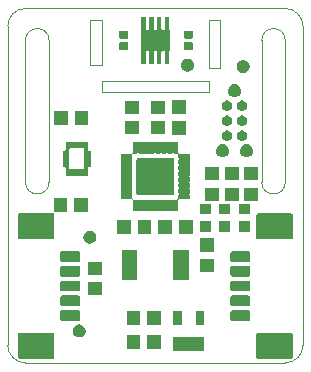
<source format=gbr>
G04 #@! TF.GenerationSoftware,KiCad,Pcbnew,5.1.2*
G04 #@! TF.CreationDate,2019-06-13T14:37:42+02:00*
G04 #@! TF.ProjectId,BodyTempUnit-e7,426f6479-5465-46d7-9055-6e69742d6537,rev?*
G04 #@! TF.SameCoordinates,Original*
G04 #@! TF.FileFunction,Soldermask,Top*
G04 #@! TF.FilePolarity,Negative*
%FSLAX46Y46*%
G04 Gerber Fmt 4.6, Leading zero omitted, Abs format (unit mm)*
G04 Created by KiCad (PCBNEW 5.1.2) date 2019-06-13 14:37:42*
%MOMM*%
%LPD*%
G04 APERTURE LIST*
%ADD10C,0.050000*%
%ADD11C,0.150000*%
G04 APERTURE END LIST*
D10*
X88505000Y-135000033D02*
G75*
G03X90005000Y-133510000I0J1500033D01*
G01*
X64998200Y-133501400D02*
G75*
G03X66498200Y-135001400I1500000J0D01*
G01*
X82000000Y-112100000D02*
X82000000Y-111100000D01*
X73000000Y-112100000D02*
X73000000Y-111100000D01*
X72000000Y-109800000D02*
X73000000Y-109800000D01*
X82000000Y-110000000D02*
X83000000Y-110000000D01*
X83000000Y-106000000D02*
X83000000Y-110000000D01*
X82000000Y-106000000D02*
X83000000Y-106000000D01*
X82000000Y-106000000D02*
X82000000Y-110000000D01*
X72000000Y-106000000D02*
X72000000Y-109800000D01*
X73000000Y-106000000D02*
X72000000Y-106000000D01*
X73000000Y-109800000D02*
X73000000Y-106000000D01*
X82000000Y-112100000D02*
X73000000Y-112100000D01*
X66500000Y-105000000D02*
G75*
G03X65000000Y-106500000I0J-1500000D01*
G01*
X90000000Y-106500000D02*
G75*
G03X88500000Y-105000000I-1500000J0D01*
G01*
X90000000Y-106500000D02*
X90005000Y-133510000D01*
X65001100Y-106500000D02*
X64999600Y-133501400D01*
X66500000Y-105000000D02*
X88500000Y-105000000D01*
X88500000Y-107700000D02*
X88500000Y-119700000D01*
X86500000Y-119700000D02*
X86500000Y-107700000D01*
X88500000Y-119700000D02*
G75*
G02X86500000Y-119700000I-1000000J0D01*
G01*
X86500000Y-107700000D02*
G75*
G02X88500000Y-107700000I1000000J0D01*
G01*
X68500000Y-107700000D02*
X68500000Y-119700000D01*
X66500000Y-107700000D02*
G75*
G02X68500000Y-107700000I1000000J0D01*
G01*
X68500000Y-119700000D02*
G75*
G02X66500000Y-119700000I-1000000J0D01*
G01*
X66500000Y-119700000D02*
X66500000Y-107700000D01*
X73000000Y-111100000D02*
X82000000Y-111100000D01*
X88505000Y-135000000D02*
X66498200Y-135000000D01*
D11*
G36*
X89016536Y-132452800D02*
G01*
X89047738Y-132462265D01*
X89076486Y-132477631D01*
X89101687Y-132498313D01*
X89122369Y-132523514D01*
X89137735Y-132552262D01*
X89147200Y-132583464D01*
X89151000Y-132622046D01*
X89151000Y-134477954D01*
X89147200Y-134516536D01*
X89137735Y-134547738D01*
X89122369Y-134576486D01*
X89101687Y-134601687D01*
X89076486Y-134622369D01*
X89047738Y-134637735D01*
X89016536Y-134647200D01*
X88977954Y-134651000D01*
X86222046Y-134651000D01*
X86183464Y-134647200D01*
X86152262Y-134637735D01*
X86123514Y-134622369D01*
X86098313Y-134601687D01*
X86077631Y-134576486D01*
X86062265Y-134547738D01*
X86052800Y-134516536D01*
X86049000Y-134477954D01*
X86049000Y-132622046D01*
X86052800Y-132583464D01*
X86062265Y-132552262D01*
X86077631Y-132523514D01*
X86098313Y-132498313D01*
X86123514Y-132477631D01*
X86152262Y-132462265D01*
X86183464Y-132452800D01*
X86222046Y-132449000D01*
X88977954Y-132449000D01*
X89016536Y-132452800D01*
X89016536Y-132452800D01*
G37*
G36*
X68816536Y-132452800D02*
G01*
X68847738Y-132462265D01*
X68876486Y-132477631D01*
X68901687Y-132498313D01*
X68922369Y-132523514D01*
X68937735Y-132552262D01*
X68947200Y-132583464D01*
X68951000Y-132622046D01*
X68951000Y-134477954D01*
X68947200Y-134516536D01*
X68937735Y-134547738D01*
X68922369Y-134576486D01*
X68901687Y-134601687D01*
X68876486Y-134622369D01*
X68847738Y-134637735D01*
X68816536Y-134647200D01*
X68777954Y-134651000D01*
X66022046Y-134651000D01*
X65983464Y-134647200D01*
X65952262Y-134637735D01*
X65923514Y-134622369D01*
X65898313Y-134601687D01*
X65877631Y-134576486D01*
X65862265Y-134547738D01*
X65852800Y-134516536D01*
X65849000Y-134477954D01*
X65849000Y-132622046D01*
X65852800Y-132583464D01*
X65862265Y-132552262D01*
X65877631Y-132523514D01*
X65898313Y-132498313D01*
X65923514Y-132477631D01*
X65952262Y-132462265D01*
X65983464Y-132452800D01*
X66022046Y-132449000D01*
X68777954Y-132449000D01*
X68816536Y-132452800D01*
X68816536Y-132452800D01*
G37*
G36*
X81651000Y-133981000D02*
G01*
X78999000Y-133981000D01*
X78999000Y-132819000D01*
X81651000Y-132819000D01*
X81651000Y-133981000D01*
X81651000Y-133981000D01*
G37*
G36*
X76226000Y-133791000D02*
G01*
X75074000Y-133791000D01*
X75074000Y-132609000D01*
X76226000Y-132609000D01*
X76226000Y-133791000D01*
X76226000Y-133791000D01*
G37*
G36*
X77976000Y-133791000D02*
G01*
X76824000Y-133791000D01*
X76824000Y-132609000D01*
X77976000Y-132609000D01*
X77976000Y-133791000D01*
X77976000Y-133791000D01*
G37*
G36*
X71210721Y-131770174D02*
G01*
X71310995Y-131811709D01*
X71310996Y-131811710D01*
X71401242Y-131872010D01*
X71477990Y-131948758D01*
X71477991Y-131948760D01*
X71538291Y-132039005D01*
X71579826Y-132139279D01*
X71601000Y-132245730D01*
X71601000Y-132354270D01*
X71579826Y-132460721D01*
X71538291Y-132560995D01*
X71508345Y-132605812D01*
X71477990Y-132651242D01*
X71401242Y-132727990D01*
X71355812Y-132758345D01*
X71310995Y-132788291D01*
X71210721Y-132829826D01*
X71104270Y-132851000D01*
X70995730Y-132851000D01*
X70889279Y-132829826D01*
X70789005Y-132788291D01*
X70744188Y-132758345D01*
X70698758Y-132727990D01*
X70622010Y-132651242D01*
X70591655Y-132605812D01*
X70561709Y-132560995D01*
X70520174Y-132460721D01*
X70499000Y-132354270D01*
X70499000Y-132245730D01*
X70520174Y-132139279D01*
X70561709Y-132039005D01*
X70622009Y-131948760D01*
X70622010Y-131948758D01*
X70698758Y-131872010D01*
X70789004Y-131811710D01*
X70789005Y-131811709D01*
X70889279Y-131770174D01*
X70995730Y-131749000D01*
X71104270Y-131749000D01*
X71210721Y-131770174D01*
X71210721Y-131770174D01*
G37*
G36*
X77976000Y-131791000D02*
G01*
X76824000Y-131791000D01*
X76824000Y-130609000D01*
X77976000Y-130609000D01*
X77976000Y-131791000D01*
X77976000Y-131791000D01*
G37*
G36*
X76226000Y-131791000D02*
G01*
X75074000Y-131791000D01*
X75074000Y-130609000D01*
X76226000Y-130609000D01*
X76226000Y-131791000D01*
X76226000Y-131791000D01*
G37*
G36*
X81651000Y-131781000D02*
G01*
X80899000Y-131781000D01*
X80899000Y-130619000D01*
X81651000Y-130619000D01*
X81651000Y-131781000D01*
X81651000Y-131781000D01*
G37*
G36*
X79751000Y-131781000D02*
G01*
X78999000Y-131781000D01*
X78999000Y-130619000D01*
X79751000Y-130619000D01*
X79751000Y-131781000D01*
X79751000Y-131781000D01*
G37*
G36*
X71019683Y-130552725D02*
G01*
X71050143Y-130561966D01*
X71078223Y-130576974D01*
X71102831Y-130597169D01*
X71123026Y-130621777D01*
X71138034Y-130649857D01*
X71147275Y-130680317D01*
X71151000Y-130718140D01*
X71151000Y-131281860D01*
X71147275Y-131319683D01*
X71138034Y-131350143D01*
X71123026Y-131378223D01*
X71102831Y-131402831D01*
X71078223Y-131423026D01*
X71050143Y-131438034D01*
X71019683Y-131447275D01*
X70981860Y-131451000D01*
X69618140Y-131451000D01*
X69580317Y-131447275D01*
X69549857Y-131438034D01*
X69521777Y-131423026D01*
X69497169Y-131402831D01*
X69476974Y-131378223D01*
X69461966Y-131350143D01*
X69452725Y-131319683D01*
X69449000Y-131281860D01*
X69449000Y-130718140D01*
X69452725Y-130680317D01*
X69461966Y-130649857D01*
X69476974Y-130621777D01*
X69497169Y-130597169D01*
X69521777Y-130576974D01*
X69549857Y-130561966D01*
X69580317Y-130552725D01*
X69618140Y-130549000D01*
X70981860Y-130549000D01*
X71019683Y-130552725D01*
X71019683Y-130552725D01*
G37*
G36*
X85419683Y-130552725D02*
G01*
X85450143Y-130561966D01*
X85478223Y-130576974D01*
X85502831Y-130597169D01*
X85523026Y-130621777D01*
X85538034Y-130649857D01*
X85547275Y-130680317D01*
X85551000Y-130718140D01*
X85551000Y-131281860D01*
X85547275Y-131319683D01*
X85538034Y-131350143D01*
X85523026Y-131378223D01*
X85502831Y-131402831D01*
X85478223Y-131423026D01*
X85450143Y-131438034D01*
X85419683Y-131447275D01*
X85381860Y-131451000D01*
X84018140Y-131451000D01*
X83980317Y-131447275D01*
X83949857Y-131438034D01*
X83921777Y-131423026D01*
X83897169Y-131402831D01*
X83876974Y-131378223D01*
X83861966Y-131350143D01*
X83852725Y-131319683D01*
X83849000Y-131281860D01*
X83849000Y-130718140D01*
X83852725Y-130680317D01*
X83861966Y-130649857D01*
X83876974Y-130621777D01*
X83897169Y-130597169D01*
X83921777Y-130576974D01*
X83949857Y-130561966D01*
X83980317Y-130552725D01*
X84018140Y-130549000D01*
X85381860Y-130549000D01*
X85419683Y-130552725D01*
X85419683Y-130552725D01*
G37*
G36*
X71019683Y-129302725D02*
G01*
X71050143Y-129311966D01*
X71078223Y-129326974D01*
X71102831Y-129347169D01*
X71123026Y-129371777D01*
X71138034Y-129399857D01*
X71147275Y-129430317D01*
X71151000Y-129468140D01*
X71151000Y-130031860D01*
X71147275Y-130069683D01*
X71138034Y-130100143D01*
X71123026Y-130128223D01*
X71102831Y-130152831D01*
X71078223Y-130173026D01*
X71050143Y-130188034D01*
X71019683Y-130197275D01*
X70981860Y-130201000D01*
X69618140Y-130201000D01*
X69580317Y-130197275D01*
X69549857Y-130188034D01*
X69521777Y-130173026D01*
X69497169Y-130152831D01*
X69476974Y-130128223D01*
X69461966Y-130100143D01*
X69452725Y-130069683D01*
X69449000Y-130031860D01*
X69449000Y-129468140D01*
X69452725Y-129430317D01*
X69461966Y-129399857D01*
X69476974Y-129371777D01*
X69497169Y-129347169D01*
X69521777Y-129326974D01*
X69549857Y-129311966D01*
X69580317Y-129302725D01*
X69618140Y-129299000D01*
X70981860Y-129299000D01*
X71019683Y-129302725D01*
X71019683Y-129302725D01*
G37*
G36*
X85419683Y-129302725D02*
G01*
X85450143Y-129311966D01*
X85478223Y-129326974D01*
X85502831Y-129347169D01*
X85523026Y-129371777D01*
X85538034Y-129399857D01*
X85547275Y-129430317D01*
X85551000Y-129468140D01*
X85551000Y-130031860D01*
X85547275Y-130069683D01*
X85538034Y-130100143D01*
X85523026Y-130128223D01*
X85502831Y-130152831D01*
X85478223Y-130173026D01*
X85450143Y-130188034D01*
X85419683Y-130197275D01*
X85381860Y-130201000D01*
X84018140Y-130201000D01*
X83980317Y-130197275D01*
X83949857Y-130188034D01*
X83921777Y-130173026D01*
X83897169Y-130152831D01*
X83876974Y-130128223D01*
X83861966Y-130100143D01*
X83852725Y-130069683D01*
X83849000Y-130031860D01*
X83849000Y-129468140D01*
X83852725Y-129430317D01*
X83861966Y-129399857D01*
X83876974Y-129371777D01*
X83897169Y-129347169D01*
X83921777Y-129326974D01*
X83949857Y-129311966D01*
X83980317Y-129302725D01*
X84018140Y-129299000D01*
X85381860Y-129299000D01*
X85419683Y-129302725D01*
X85419683Y-129302725D01*
G37*
G36*
X73001000Y-129301000D02*
G01*
X71799000Y-129301000D01*
X71799000Y-128199000D01*
X73001000Y-128199000D01*
X73001000Y-129301000D01*
X73001000Y-129301000D01*
G37*
G36*
X85419683Y-128052725D02*
G01*
X85450143Y-128061966D01*
X85478223Y-128076974D01*
X85502831Y-128097169D01*
X85523026Y-128121777D01*
X85538034Y-128149857D01*
X85547275Y-128180317D01*
X85551000Y-128218140D01*
X85551000Y-128781860D01*
X85547275Y-128819683D01*
X85538034Y-128850143D01*
X85523026Y-128878223D01*
X85502831Y-128902831D01*
X85478223Y-128923026D01*
X85450143Y-128938034D01*
X85419683Y-128947275D01*
X85381860Y-128951000D01*
X84018140Y-128951000D01*
X83980317Y-128947275D01*
X83949857Y-128938034D01*
X83921777Y-128923026D01*
X83897169Y-128902831D01*
X83876974Y-128878223D01*
X83861966Y-128850143D01*
X83852725Y-128819683D01*
X83849000Y-128781860D01*
X83849000Y-128218140D01*
X83852725Y-128180317D01*
X83861966Y-128149857D01*
X83876974Y-128121777D01*
X83897169Y-128097169D01*
X83921777Y-128076974D01*
X83949857Y-128061966D01*
X83980317Y-128052725D01*
X84018140Y-128049000D01*
X85381860Y-128049000D01*
X85419683Y-128052725D01*
X85419683Y-128052725D01*
G37*
G36*
X71019683Y-128052725D02*
G01*
X71050143Y-128061966D01*
X71078223Y-128076974D01*
X71102831Y-128097169D01*
X71123026Y-128121777D01*
X71138034Y-128149857D01*
X71147275Y-128180317D01*
X71151000Y-128218140D01*
X71151000Y-128781860D01*
X71147275Y-128819683D01*
X71138034Y-128850143D01*
X71123026Y-128878223D01*
X71102831Y-128902831D01*
X71078223Y-128923026D01*
X71050143Y-128938034D01*
X71019683Y-128947275D01*
X70981860Y-128951000D01*
X69618140Y-128951000D01*
X69580317Y-128947275D01*
X69549857Y-128938034D01*
X69521777Y-128923026D01*
X69497169Y-128902831D01*
X69476974Y-128878223D01*
X69461966Y-128850143D01*
X69452725Y-128819683D01*
X69449000Y-128781860D01*
X69449000Y-128218140D01*
X69452725Y-128180317D01*
X69461966Y-128149857D01*
X69476974Y-128121777D01*
X69497169Y-128097169D01*
X69521777Y-128076974D01*
X69549857Y-128061966D01*
X69580317Y-128052725D01*
X69618140Y-128049000D01*
X70981860Y-128049000D01*
X71019683Y-128052725D01*
X71019683Y-128052725D01*
G37*
G36*
X80326000Y-127951000D02*
G01*
X79024000Y-127951000D01*
X79024000Y-125449000D01*
X80326000Y-125449000D01*
X80326000Y-127951000D01*
X80326000Y-127951000D01*
G37*
G36*
X75976000Y-127951000D02*
G01*
X74674000Y-127951000D01*
X74674000Y-125449000D01*
X75976000Y-125449000D01*
X75976000Y-127951000D01*
X75976000Y-127951000D01*
G37*
G36*
X85419683Y-126802725D02*
G01*
X85450143Y-126811966D01*
X85478223Y-126826974D01*
X85502831Y-126847169D01*
X85523026Y-126871777D01*
X85538034Y-126899857D01*
X85547275Y-126930317D01*
X85551000Y-126968140D01*
X85551000Y-127531860D01*
X85547275Y-127569683D01*
X85538034Y-127600143D01*
X85523026Y-127628223D01*
X85502831Y-127652831D01*
X85478223Y-127673026D01*
X85450143Y-127688034D01*
X85419683Y-127697275D01*
X85381860Y-127701000D01*
X84018140Y-127701000D01*
X83980317Y-127697275D01*
X83949857Y-127688034D01*
X83921777Y-127673026D01*
X83897169Y-127652831D01*
X83876974Y-127628223D01*
X83861966Y-127600143D01*
X83852725Y-127569683D01*
X83849000Y-127531860D01*
X83849000Y-126968140D01*
X83852725Y-126930317D01*
X83861966Y-126899857D01*
X83876974Y-126871777D01*
X83897169Y-126847169D01*
X83921777Y-126826974D01*
X83949857Y-126811966D01*
X83980317Y-126802725D01*
X84018140Y-126799000D01*
X85381860Y-126799000D01*
X85419683Y-126802725D01*
X85419683Y-126802725D01*
G37*
G36*
X71019683Y-126802725D02*
G01*
X71050143Y-126811966D01*
X71078223Y-126826974D01*
X71102831Y-126847169D01*
X71123026Y-126871777D01*
X71138034Y-126899857D01*
X71147275Y-126930317D01*
X71151000Y-126968140D01*
X71151000Y-127531860D01*
X71147275Y-127569683D01*
X71138034Y-127600143D01*
X71123026Y-127628223D01*
X71102831Y-127652831D01*
X71078223Y-127673026D01*
X71050143Y-127688034D01*
X71019683Y-127697275D01*
X70981860Y-127701000D01*
X69618140Y-127701000D01*
X69580317Y-127697275D01*
X69549857Y-127688034D01*
X69521777Y-127673026D01*
X69497169Y-127652831D01*
X69476974Y-127628223D01*
X69461966Y-127600143D01*
X69452725Y-127569683D01*
X69449000Y-127531860D01*
X69449000Y-126968140D01*
X69452725Y-126930317D01*
X69461966Y-126899857D01*
X69476974Y-126871777D01*
X69497169Y-126847169D01*
X69521777Y-126826974D01*
X69549857Y-126811966D01*
X69580317Y-126802725D01*
X69618140Y-126799000D01*
X70981860Y-126799000D01*
X71019683Y-126802725D01*
X71019683Y-126802725D01*
G37*
G36*
X73001000Y-127601000D02*
G01*
X71799000Y-127601000D01*
X71799000Y-126499000D01*
X73001000Y-126499000D01*
X73001000Y-127601000D01*
X73001000Y-127601000D01*
G37*
G36*
X82491000Y-127351000D02*
G01*
X81309000Y-127351000D01*
X81309000Y-126199000D01*
X82491000Y-126199000D01*
X82491000Y-127351000D01*
X82491000Y-127351000D01*
G37*
G36*
X85419683Y-125552725D02*
G01*
X85450143Y-125561966D01*
X85478223Y-125576974D01*
X85502831Y-125597169D01*
X85523026Y-125621777D01*
X85538034Y-125649857D01*
X85547275Y-125680317D01*
X85551000Y-125718140D01*
X85551000Y-126281860D01*
X85547275Y-126319683D01*
X85538034Y-126350143D01*
X85523026Y-126378223D01*
X85502831Y-126402831D01*
X85478223Y-126423026D01*
X85450143Y-126438034D01*
X85419683Y-126447275D01*
X85381860Y-126451000D01*
X84018140Y-126451000D01*
X83980317Y-126447275D01*
X83949857Y-126438034D01*
X83921777Y-126423026D01*
X83897169Y-126402831D01*
X83876974Y-126378223D01*
X83861966Y-126350143D01*
X83852725Y-126319683D01*
X83849000Y-126281860D01*
X83849000Y-125718140D01*
X83852725Y-125680317D01*
X83861966Y-125649857D01*
X83876974Y-125621777D01*
X83897169Y-125597169D01*
X83921777Y-125576974D01*
X83949857Y-125561966D01*
X83980317Y-125552725D01*
X84018140Y-125549000D01*
X85381860Y-125549000D01*
X85419683Y-125552725D01*
X85419683Y-125552725D01*
G37*
G36*
X71019683Y-125552725D02*
G01*
X71050143Y-125561966D01*
X71078223Y-125576974D01*
X71102831Y-125597169D01*
X71123026Y-125621777D01*
X71138034Y-125649857D01*
X71147275Y-125680317D01*
X71151000Y-125718140D01*
X71151000Y-126281860D01*
X71147275Y-126319683D01*
X71138034Y-126350143D01*
X71123026Y-126378223D01*
X71102831Y-126402831D01*
X71078223Y-126423026D01*
X71050143Y-126438034D01*
X71019683Y-126447275D01*
X70981860Y-126451000D01*
X69618140Y-126451000D01*
X69580317Y-126447275D01*
X69549857Y-126438034D01*
X69521777Y-126423026D01*
X69497169Y-126402831D01*
X69476974Y-126378223D01*
X69461966Y-126350143D01*
X69452725Y-126319683D01*
X69449000Y-126281860D01*
X69449000Y-125718140D01*
X69452725Y-125680317D01*
X69461966Y-125649857D01*
X69476974Y-125621777D01*
X69497169Y-125597169D01*
X69521777Y-125576974D01*
X69549857Y-125561966D01*
X69580317Y-125552725D01*
X69618140Y-125549000D01*
X70981860Y-125549000D01*
X71019683Y-125552725D01*
X71019683Y-125552725D01*
G37*
G36*
X82491000Y-125601000D02*
G01*
X81309000Y-125601000D01*
X81309000Y-124449000D01*
X82491000Y-124449000D01*
X82491000Y-125601000D01*
X82491000Y-125601000D01*
G37*
G36*
X72110721Y-123820174D02*
G01*
X72210995Y-123861709D01*
X72210996Y-123861710D01*
X72301242Y-123922010D01*
X72377990Y-123998758D01*
X72377991Y-123998760D01*
X72438291Y-124089005D01*
X72479826Y-124189279D01*
X72501000Y-124295730D01*
X72501000Y-124404270D01*
X72479826Y-124510721D01*
X72438291Y-124610995D01*
X72438290Y-124610996D01*
X72377990Y-124701242D01*
X72301242Y-124777990D01*
X72255812Y-124808345D01*
X72210995Y-124838291D01*
X72110721Y-124879826D01*
X72004270Y-124901000D01*
X71895730Y-124901000D01*
X71789279Y-124879826D01*
X71689005Y-124838291D01*
X71644188Y-124808345D01*
X71598758Y-124777990D01*
X71522010Y-124701242D01*
X71461710Y-124610996D01*
X71461709Y-124610995D01*
X71420174Y-124510721D01*
X71399000Y-124404270D01*
X71399000Y-124295730D01*
X71420174Y-124189279D01*
X71461709Y-124089005D01*
X71522009Y-123998760D01*
X71522010Y-123998758D01*
X71598758Y-123922010D01*
X71689004Y-123861710D01*
X71689005Y-123861709D01*
X71789279Y-123820174D01*
X71895730Y-123799000D01*
X72004270Y-123799000D01*
X72110721Y-123820174D01*
X72110721Y-123820174D01*
G37*
G36*
X70051000Y-122216000D02*
G01*
X69016354Y-122216000D01*
X68991968Y-122218402D01*
X68968519Y-122225515D01*
X68946908Y-122237066D01*
X68927966Y-122252611D01*
X68912421Y-122271553D01*
X68900870Y-122293164D01*
X68893757Y-122316613D01*
X68891355Y-122340999D01*
X68893757Y-122365385D01*
X68900870Y-122388834D01*
X68912421Y-122410445D01*
X68919730Y-122420299D01*
X68922369Y-122423514D01*
X68937735Y-122452262D01*
X68947200Y-122483464D01*
X68951000Y-122522046D01*
X68951000Y-124377954D01*
X68947200Y-124416536D01*
X68937735Y-124447738D01*
X68922369Y-124476486D01*
X68901687Y-124501687D01*
X68876486Y-124522369D01*
X68847738Y-124537735D01*
X68816536Y-124547200D01*
X68777954Y-124551000D01*
X66022046Y-124551000D01*
X65983464Y-124547200D01*
X65952262Y-124537735D01*
X65923514Y-124522369D01*
X65898313Y-124501687D01*
X65877631Y-124476486D01*
X65862265Y-124447738D01*
X65852800Y-124416536D01*
X65849000Y-124377954D01*
X65849000Y-122522046D01*
X65852800Y-122483464D01*
X65862265Y-122452262D01*
X65877631Y-122423514D01*
X65898313Y-122398313D01*
X65923514Y-122377631D01*
X65952262Y-122362265D01*
X65983464Y-122352800D01*
X66022046Y-122349000D01*
X68774001Y-122349000D01*
X68798387Y-122346598D01*
X68821836Y-122339485D01*
X68843447Y-122327934D01*
X68862389Y-122312389D01*
X68877934Y-122293447D01*
X68889485Y-122271836D01*
X68896598Y-122248387D01*
X68899000Y-122224001D01*
X68899000Y-121034000D01*
X70051000Y-121034000D01*
X70051000Y-122216000D01*
X70051000Y-122216000D01*
G37*
G36*
X89016536Y-122352800D02*
G01*
X89047738Y-122362265D01*
X89076486Y-122377631D01*
X89101687Y-122398313D01*
X89122369Y-122423514D01*
X89137735Y-122452262D01*
X89147200Y-122483464D01*
X89151000Y-122522046D01*
X89151000Y-124377954D01*
X89147200Y-124416536D01*
X89137735Y-124447738D01*
X89122369Y-124476486D01*
X89101687Y-124501687D01*
X89076486Y-124522369D01*
X89047738Y-124537735D01*
X89016536Y-124547200D01*
X88977954Y-124551000D01*
X86222046Y-124551000D01*
X86183464Y-124547200D01*
X86152262Y-124537735D01*
X86123514Y-124522369D01*
X86098313Y-124501687D01*
X86077631Y-124476486D01*
X86062265Y-124447738D01*
X86052800Y-124416536D01*
X86049000Y-124377954D01*
X86049000Y-122522046D01*
X86052800Y-122483464D01*
X86062265Y-122452262D01*
X86077631Y-122423514D01*
X86098313Y-122398313D01*
X86123514Y-122377631D01*
X86152262Y-122362265D01*
X86183464Y-122352800D01*
X86222046Y-122349000D01*
X88977954Y-122349000D01*
X89016536Y-122352800D01*
X89016536Y-122352800D01*
G37*
G36*
X77171000Y-124101000D02*
G01*
X76019000Y-124101000D01*
X76019000Y-122919000D01*
X77171000Y-122919000D01*
X77171000Y-124101000D01*
X77171000Y-124101000D01*
G37*
G36*
X75421000Y-124101000D02*
G01*
X74269000Y-124101000D01*
X74269000Y-122919000D01*
X75421000Y-122919000D01*
X75421000Y-124101000D01*
X75421000Y-124101000D01*
G37*
G36*
X78901000Y-124091000D02*
G01*
X77749000Y-124091000D01*
X77749000Y-122909000D01*
X78901000Y-122909000D01*
X78901000Y-124091000D01*
X78901000Y-124091000D01*
G37*
G36*
X80651000Y-124091000D02*
G01*
X79499000Y-124091000D01*
X79499000Y-122909000D01*
X80651000Y-122909000D01*
X80651000Y-124091000D01*
X80651000Y-124091000D01*
G37*
G36*
X83815000Y-123916000D02*
G01*
X82913000Y-123916000D01*
X82913000Y-123014000D01*
X83815000Y-123014000D01*
X83815000Y-123916000D01*
X83815000Y-123916000D01*
G37*
G36*
X85516000Y-123916000D02*
G01*
X84614000Y-123916000D01*
X84614000Y-123014000D01*
X85516000Y-123014000D01*
X85516000Y-123916000D01*
X85516000Y-123916000D01*
G37*
G36*
X82215500Y-123916000D02*
G01*
X81313500Y-123916000D01*
X81313500Y-123014000D01*
X82215500Y-123014000D01*
X82215500Y-123916000D01*
X82215500Y-123916000D01*
G37*
G36*
X85516000Y-122416000D02*
G01*
X84614000Y-122416000D01*
X84614000Y-121514000D01*
X85516000Y-121514000D01*
X85516000Y-122416000D01*
X85516000Y-122416000D01*
G37*
G36*
X82215500Y-122416000D02*
G01*
X81313500Y-122416000D01*
X81313500Y-121514000D01*
X82215500Y-121514000D01*
X82215500Y-122416000D01*
X82215500Y-122416000D01*
G37*
G36*
X83815000Y-122416000D02*
G01*
X82913000Y-122416000D01*
X82913000Y-121514000D01*
X83815000Y-121514000D01*
X83815000Y-122416000D01*
X83815000Y-122416000D01*
G37*
G36*
X71801000Y-122216000D02*
G01*
X70649000Y-122216000D01*
X70649000Y-121034000D01*
X71801000Y-121034000D01*
X71801000Y-122216000D01*
X71801000Y-122216000D01*
G37*
G36*
X75906455Y-116308683D02*
G01*
X75911129Y-116310101D01*
X75915430Y-116312400D01*
X75921802Y-116317629D01*
X75942176Y-116331243D01*
X75964815Y-116340620D01*
X75988849Y-116345400D01*
X76013353Y-116345400D01*
X76037386Y-116340619D01*
X76060025Y-116331242D01*
X76080398Y-116317629D01*
X76086770Y-116312400D01*
X76091071Y-116310101D01*
X76095745Y-116308683D01*
X76106741Y-116307600D01*
X76395459Y-116307600D01*
X76406455Y-116308683D01*
X76411129Y-116310101D01*
X76415430Y-116312400D01*
X76421802Y-116317629D01*
X76442176Y-116331243D01*
X76464815Y-116340620D01*
X76488849Y-116345400D01*
X76513353Y-116345400D01*
X76537386Y-116340619D01*
X76560025Y-116331242D01*
X76580398Y-116317629D01*
X76586770Y-116312400D01*
X76591071Y-116310101D01*
X76595745Y-116308683D01*
X76606741Y-116307600D01*
X76895459Y-116307600D01*
X76906455Y-116308683D01*
X76911129Y-116310101D01*
X76915430Y-116312400D01*
X76921802Y-116317629D01*
X76942176Y-116331243D01*
X76964815Y-116340620D01*
X76988849Y-116345400D01*
X77013353Y-116345400D01*
X77037386Y-116340619D01*
X77060025Y-116331242D01*
X77080398Y-116317629D01*
X77086770Y-116312400D01*
X77091071Y-116310101D01*
X77095745Y-116308683D01*
X77106741Y-116307600D01*
X77395459Y-116307600D01*
X77406455Y-116308683D01*
X77411129Y-116310101D01*
X77415430Y-116312400D01*
X77421802Y-116317629D01*
X77442176Y-116331243D01*
X77464815Y-116340620D01*
X77488849Y-116345400D01*
X77513353Y-116345400D01*
X77537386Y-116340619D01*
X77560025Y-116331242D01*
X77580398Y-116317629D01*
X77586770Y-116312400D01*
X77591071Y-116310101D01*
X77595745Y-116308683D01*
X77606741Y-116307600D01*
X77895459Y-116307600D01*
X77906455Y-116308683D01*
X77911129Y-116310101D01*
X77915430Y-116312400D01*
X77921802Y-116317629D01*
X77942176Y-116331243D01*
X77964815Y-116340620D01*
X77988849Y-116345400D01*
X78013353Y-116345400D01*
X78037386Y-116340619D01*
X78060025Y-116331242D01*
X78080398Y-116317629D01*
X78086770Y-116312400D01*
X78091071Y-116310101D01*
X78095745Y-116308683D01*
X78106741Y-116307600D01*
X78395459Y-116307600D01*
X78406455Y-116308683D01*
X78411129Y-116310101D01*
X78415430Y-116312400D01*
X78421802Y-116317629D01*
X78442176Y-116331243D01*
X78464815Y-116340620D01*
X78488849Y-116345400D01*
X78513353Y-116345400D01*
X78537386Y-116340619D01*
X78560025Y-116331242D01*
X78580398Y-116317629D01*
X78586770Y-116312400D01*
X78591071Y-116310101D01*
X78595745Y-116308683D01*
X78606741Y-116307600D01*
X78895459Y-116307600D01*
X78906455Y-116308683D01*
X78911129Y-116310101D01*
X78915430Y-116312400D01*
X78921802Y-116317629D01*
X78942176Y-116331243D01*
X78964815Y-116340620D01*
X78988849Y-116345400D01*
X79013353Y-116345400D01*
X79037386Y-116340619D01*
X79060025Y-116331242D01*
X79080398Y-116317629D01*
X79086770Y-116312400D01*
X79091071Y-116310101D01*
X79095745Y-116308683D01*
X79106741Y-116307600D01*
X79395459Y-116307600D01*
X79406455Y-116308683D01*
X79411129Y-116310101D01*
X79415431Y-116312400D01*
X79419204Y-116315496D01*
X79422300Y-116319269D01*
X79424599Y-116323571D01*
X79426017Y-116328245D01*
X79427100Y-116339241D01*
X79427100Y-117182601D01*
X79429502Y-117206987D01*
X79436615Y-117230436D01*
X79448166Y-117252047D01*
X79463711Y-117270989D01*
X79482653Y-117286534D01*
X79504264Y-117298085D01*
X79527713Y-117305198D01*
X79552099Y-117307600D01*
X80395459Y-117307600D01*
X80406455Y-117308683D01*
X80411129Y-117310101D01*
X80415431Y-117312400D01*
X80419204Y-117315496D01*
X80422300Y-117319269D01*
X80424599Y-117323571D01*
X80426017Y-117328245D01*
X80427100Y-117339241D01*
X80427100Y-117627959D01*
X80426017Y-117638955D01*
X80424599Y-117643629D01*
X80422300Y-117647930D01*
X80417071Y-117654302D01*
X80403457Y-117674676D01*
X80394080Y-117697315D01*
X80389300Y-117721349D01*
X80389300Y-117745853D01*
X80394081Y-117769886D01*
X80403458Y-117792525D01*
X80417071Y-117812898D01*
X80422300Y-117819270D01*
X80424599Y-117823571D01*
X80426017Y-117828245D01*
X80427100Y-117839241D01*
X80427100Y-118127959D01*
X80426017Y-118138955D01*
X80424599Y-118143629D01*
X80422300Y-118147930D01*
X80417071Y-118154302D01*
X80403457Y-118174676D01*
X80394080Y-118197315D01*
X80389300Y-118221349D01*
X80389300Y-118245853D01*
X80394081Y-118269886D01*
X80403458Y-118292525D01*
X80417071Y-118312898D01*
X80422300Y-118319270D01*
X80424599Y-118323571D01*
X80426017Y-118328245D01*
X80427100Y-118339241D01*
X80427100Y-118627959D01*
X80426017Y-118638955D01*
X80424599Y-118643629D01*
X80422300Y-118647930D01*
X80417071Y-118654302D01*
X80403457Y-118674676D01*
X80394080Y-118697315D01*
X80389300Y-118721349D01*
X80389300Y-118745853D01*
X80394081Y-118769886D01*
X80403458Y-118792525D01*
X80417071Y-118812898D01*
X80422300Y-118819270D01*
X80424599Y-118823571D01*
X80426017Y-118828245D01*
X80427100Y-118839241D01*
X80427100Y-119127959D01*
X80426017Y-119138955D01*
X80424599Y-119143629D01*
X80422300Y-119147930D01*
X80417071Y-119154302D01*
X80403457Y-119174676D01*
X80394080Y-119197315D01*
X80389300Y-119221349D01*
X80389300Y-119245853D01*
X80394081Y-119269886D01*
X80403458Y-119292525D01*
X80417071Y-119312898D01*
X80422300Y-119319270D01*
X80424599Y-119323571D01*
X80426017Y-119328245D01*
X80427100Y-119339241D01*
X80427100Y-119627959D01*
X80426017Y-119638955D01*
X80424599Y-119643629D01*
X80422300Y-119647930D01*
X80417071Y-119654302D01*
X80403457Y-119674676D01*
X80394080Y-119697315D01*
X80389300Y-119721349D01*
X80389300Y-119745853D01*
X80394081Y-119769886D01*
X80403458Y-119792525D01*
X80417071Y-119812898D01*
X80422300Y-119819270D01*
X80424599Y-119823571D01*
X80426017Y-119828245D01*
X80427100Y-119839241D01*
X80427100Y-120127959D01*
X80426017Y-120138955D01*
X80424599Y-120143629D01*
X80422300Y-120147930D01*
X80417071Y-120154302D01*
X80403457Y-120174676D01*
X80394080Y-120197315D01*
X80389300Y-120221349D01*
X80389300Y-120245853D01*
X80394081Y-120269886D01*
X80403458Y-120292525D01*
X80417071Y-120312898D01*
X80422300Y-120319270D01*
X80424599Y-120323571D01*
X80426017Y-120328245D01*
X80427100Y-120339241D01*
X80427100Y-120627959D01*
X80426017Y-120638955D01*
X80424599Y-120643629D01*
X80422300Y-120647930D01*
X80417071Y-120654302D01*
X80403457Y-120674676D01*
X80394080Y-120697315D01*
X80389300Y-120721349D01*
X80389300Y-120745853D01*
X80394081Y-120769886D01*
X80403458Y-120792525D01*
X80417071Y-120812898D01*
X80422300Y-120819270D01*
X80424599Y-120823571D01*
X80426017Y-120828245D01*
X80427100Y-120839241D01*
X80427100Y-121127959D01*
X80426017Y-121138955D01*
X80424599Y-121143629D01*
X80422300Y-121147931D01*
X80419204Y-121151704D01*
X80415431Y-121154800D01*
X80411129Y-121157099D01*
X80406455Y-121158517D01*
X80395459Y-121159600D01*
X79552099Y-121159600D01*
X79527713Y-121162002D01*
X79504264Y-121169115D01*
X79482653Y-121180666D01*
X79463711Y-121196211D01*
X79448166Y-121215153D01*
X79436615Y-121236764D01*
X79429502Y-121260213D01*
X79427100Y-121284599D01*
X79427100Y-122127959D01*
X79426017Y-122138955D01*
X79424599Y-122143629D01*
X79422300Y-122147931D01*
X79419204Y-122151704D01*
X79415431Y-122154800D01*
X79411129Y-122157099D01*
X79406455Y-122158517D01*
X79395459Y-122159600D01*
X79106741Y-122159600D01*
X79095745Y-122158517D01*
X79091071Y-122157099D01*
X79086770Y-122154800D01*
X79080398Y-122149571D01*
X79060024Y-122135957D01*
X79037385Y-122126580D01*
X79013351Y-122121800D01*
X78988847Y-122121800D01*
X78964814Y-122126581D01*
X78942175Y-122135958D01*
X78921802Y-122149571D01*
X78915430Y-122154800D01*
X78911129Y-122157099D01*
X78906455Y-122158517D01*
X78895459Y-122159600D01*
X78606741Y-122159600D01*
X78595745Y-122158517D01*
X78591071Y-122157099D01*
X78586770Y-122154800D01*
X78580398Y-122149571D01*
X78560024Y-122135957D01*
X78537385Y-122126580D01*
X78513351Y-122121800D01*
X78488847Y-122121800D01*
X78464814Y-122126581D01*
X78442175Y-122135958D01*
X78421802Y-122149571D01*
X78415430Y-122154800D01*
X78411129Y-122157099D01*
X78406455Y-122158517D01*
X78395459Y-122159600D01*
X78106741Y-122159600D01*
X78095745Y-122158517D01*
X78091071Y-122157099D01*
X78086770Y-122154800D01*
X78080398Y-122149571D01*
X78060024Y-122135957D01*
X78037385Y-122126580D01*
X78013351Y-122121800D01*
X77988847Y-122121800D01*
X77964814Y-122126581D01*
X77942175Y-122135958D01*
X77921802Y-122149571D01*
X77915430Y-122154800D01*
X77911129Y-122157099D01*
X77906455Y-122158517D01*
X77895459Y-122159600D01*
X77606741Y-122159600D01*
X77595745Y-122158517D01*
X77591071Y-122157099D01*
X77586770Y-122154800D01*
X77580398Y-122149571D01*
X77560024Y-122135957D01*
X77537385Y-122126580D01*
X77513351Y-122121800D01*
X77488847Y-122121800D01*
X77464814Y-122126581D01*
X77442175Y-122135958D01*
X77421802Y-122149571D01*
X77415430Y-122154800D01*
X77411129Y-122157099D01*
X77406455Y-122158517D01*
X77395459Y-122159600D01*
X77106741Y-122159600D01*
X77095745Y-122158517D01*
X77091071Y-122157099D01*
X77086770Y-122154800D01*
X77080398Y-122149571D01*
X77060024Y-122135957D01*
X77037385Y-122126580D01*
X77013351Y-122121800D01*
X76988847Y-122121800D01*
X76964814Y-122126581D01*
X76942175Y-122135958D01*
X76921802Y-122149571D01*
X76915430Y-122154800D01*
X76911129Y-122157099D01*
X76906455Y-122158517D01*
X76895459Y-122159600D01*
X76606741Y-122159600D01*
X76595745Y-122158517D01*
X76591071Y-122157099D01*
X76586770Y-122154800D01*
X76580398Y-122149571D01*
X76560024Y-122135957D01*
X76537385Y-122126580D01*
X76513351Y-122121800D01*
X76488847Y-122121800D01*
X76464814Y-122126581D01*
X76442175Y-122135958D01*
X76421802Y-122149571D01*
X76415430Y-122154800D01*
X76411129Y-122157099D01*
X76406455Y-122158517D01*
X76395459Y-122159600D01*
X76106741Y-122159600D01*
X76095745Y-122158517D01*
X76091071Y-122157099D01*
X76086770Y-122154800D01*
X76080398Y-122149571D01*
X76060024Y-122135957D01*
X76037385Y-122126580D01*
X76013351Y-122121800D01*
X75988847Y-122121800D01*
X75964814Y-122126581D01*
X75942175Y-122135958D01*
X75921802Y-122149571D01*
X75915430Y-122154800D01*
X75911129Y-122157099D01*
X75906455Y-122158517D01*
X75895459Y-122159600D01*
X75606741Y-122159600D01*
X75595745Y-122158517D01*
X75591071Y-122157099D01*
X75586769Y-122154800D01*
X75582996Y-122151704D01*
X75579900Y-122147931D01*
X75577601Y-122143629D01*
X75576183Y-122138955D01*
X75575100Y-122127959D01*
X75575100Y-121284599D01*
X75572698Y-121260213D01*
X75565585Y-121236764D01*
X75554034Y-121215153D01*
X75538489Y-121196211D01*
X75519547Y-121180666D01*
X75497936Y-121169115D01*
X75474487Y-121162002D01*
X75450101Y-121159600D01*
X74606741Y-121159600D01*
X74595745Y-121158517D01*
X74591071Y-121157099D01*
X74586769Y-121154800D01*
X74582996Y-121151704D01*
X74579900Y-121147931D01*
X74577601Y-121143629D01*
X74576183Y-121138955D01*
X74575100Y-121127959D01*
X74575100Y-120839241D01*
X74576183Y-120828245D01*
X74577601Y-120823571D01*
X74579900Y-120819270D01*
X74585129Y-120812898D01*
X74598743Y-120792524D01*
X74608120Y-120769885D01*
X74612900Y-120745851D01*
X74612900Y-120721347D01*
X74608119Y-120697314D01*
X74598742Y-120674675D01*
X74585129Y-120654302D01*
X74579900Y-120647930D01*
X74577601Y-120643629D01*
X74576183Y-120638955D01*
X74575100Y-120627959D01*
X74575100Y-120339241D01*
X74576183Y-120328245D01*
X74577601Y-120323571D01*
X74579900Y-120319270D01*
X74585129Y-120312898D01*
X74598743Y-120292524D01*
X74608120Y-120269885D01*
X74612900Y-120245851D01*
X74612900Y-120221347D01*
X74608119Y-120197314D01*
X74598742Y-120174675D01*
X74585129Y-120154302D01*
X74579900Y-120147930D01*
X74577601Y-120143629D01*
X74576183Y-120138955D01*
X74575100Y-120127959D01*
X74575100Y-119839241D01*
X74576183Y-119828245D01*
X74577601Y-119823571D01*
X74579900Y-119819270D01*
X74585129Y-119812898D01*
X74598743Y-119792524D01*
X74608120Y-119769885D01*
X74612900Y-119745851D01*
X74612900Y-119721347D01*
X74608119Y-119697314D01*
X74598742Y-119674675D01*
X74585129Y-119654302D01*
X74579900Y-119647930D01*
X74577601Y-119643629D01*
X74576183Y-119638955D01*
X74575100Y-119627959D01*
X74575100Y-119339241D01*
X74576183Y-119328245D01*
X74577601Y-119323571D01*
X74579900Y-119319270D01*
X74585129Y-119312898D01*
X74598743Y-119292524D01*
X74608120Y-119269885D01*
X74612900Y-119245851D01*
X74612900Y-119221347D01*
X74608119Y-119197314D01*
X74598742Y-119174675D01*
X74585129Y-119154302D01*
X74579900Y-119147930D01*
X74577601Y-119143629D01*
X74576183Y-119138955D01*
X74575100Y-119127959D01*
X74575100Y-118839241D01*
X74576183Y-118828245D01*
X74577601Y-118823571D01*
X74579900Y-118819270D01*
X74585129Y-118812898D01*
X74598743Y-118792524D01*
X74608120Y-118769885D01*
X74612900Y-118745851D01*
X74612900Y-118721347D01*
X74608119Y-118697314D01*
X74598742Y-118674675D01*
X74585129Y-118654302D01*
X74579900Y-118647930D01*
X74577601Y-118643629D01*
X74576183Y-118638955D01*
X74575100Y-118627959D01*
X74575100Y-118339241D01*
X74576183Y-118328245D01*
X74577601Y-118323571D01*
X74579900Y-118319270D01*
X74585129Y-118312898D01*
X74598743Y-118292524D01*
X74608120Y-118269885D01*
X74612900Y-118245851D01*
X74612900Y-118221347D01*
X74608119Y-118197314D01*
X74598742Y-118174675D01*
X74585129Y-118154302D01*
X74579900Y-118147930D01*
X74577601Y-118143629D01*
X74576183Y-118138955D01*
X74575100Y-118127959D01*
X74575100Y-117839241D01*
X74576183Y-117828245D01*
X74577601Y-117823571D01*
X74579900Y-117819270D01*
X74585129Y-117812898D01*
X74598743Y-117792524D01*
X74608120Y-117769885D01*
X74612900Y-117745851D01*
X74612900Y-117721349D01*
X75514300Y-117721349D01*
X75514300Y-117745853D01*
X75519081Y-117769886D01*
X75528458Y-117792525D01*
X75542071Y-117812898D01*
X75547300Y-117819270D01*
X75549599Y-117823571D01*
X75551017Y-117828245D01*
X75552100Y-117839241D01*
X75552100Y-118127959D01*
X75551017Y-118138955D01*
X75549599Y-118143629D01*
X75547300Y-118147930D01*
X75542071Y-118154302D01*
X75528457Y-118174676D01*
X75519080Y-118197315D01*
X75514300Y-118221349D01*
X75514300Y-118245853D01*
X75519081Y-118269886D01*
X75528458Y-118292525D01*
X75542071Y-118312898D01*
X75547300Y-118319270D01*
X75549599Y-118323571D01*
X75551017Y-118328245D01*
X75552100Y-118339241D01*
X75552100Y-118627959D01*
X75551017Y-118638955D01*
X75549599Y-118643629D01*
X75547300Y-118647930D01*
X75542071Y-118654302D01*
X75528457Y-118674676D01*
X75519080Y-118697315D01*
X75514300Y-118721349D01*
X75514300Y-118745853D01*
X75519081Y-118769886D01*
X75528458Y-118792525D01*
X75542071Y-118812898D01*
X75547300Y-118819270D01*
X75549599Y-118823571D01*
X75551017Y-118828245D01*
X75552100Y-118839241D01*
X75552100Y-119127959D01*
X75551017Y-119138955D01*
X75549599Y-119143629D01*
X75547300Y-119147930D01*
X75542071Y-119154302D01*
X75528457Y-119174676D01*
X75519080Y-119197315D01*
X75514300Y-119221349D01*
X75514300Y-119245853D01*
X75519081Y-119269886D01*
X75528458Y-119292525D01*
X75542071Y-119312898D01*
X75547300Y-119319270D01*
X75549599Y-119323571D01*
X75551017Y-119328245D01*
X75552100Y-119339241D01*
X75552100Y-119627959D01*
X75551017Y-119638955D01*
X75549599Y-119643629D01*
X75547300Y-119647930D01*
X75542071Y-119654302D01*
X75528457Y-119674676D01*
X75519080Y-119697315D01*
X75514300Y-119721349D01*
X75514300Y-119745853D01*
X75519081Y-119769886D01*
X75528458Y-119792525D01*
X75542071Y-119812898D01*
X75547300Y-119819270D01*
X75549599Y-119823571D01*
X75551017Y-119828245D01*
X75552100Y-119839241D01*
X75552100Y-120127959D01*
X75551017Y-120138955D01*
X75549599Y-120143629D01*
X75547300Y-120147930D01*
X75542071Y-120154302D01*
X75528457Y-120174676D01*
X75519080Y-120197315D01*
X75514300Y-120221349D01*
X75514300Y-120245853D01*
X75519081Y-120269886D01*
X75528458Y-120292525D01*
X75542071Y-120312898D01*
X75547300Y-120319270D01*
X75549599Y-120323571D01*
X75551017Y-120328245D01*
X75552100Y-120339241D01*
X75552100Y-120627959D01*
X75551017Y-120638955D01*
X75549599Y-120643629D01*
X75547300Y-120647930D01*
X75542071Y-120654302D01*
X75528457Y-120674676D01*
X75519080Y-120697315D01*
X75514300Y-120721349D01*
X75514300Y-120745853D01*
X75519081Y-120769886D01*
X75528458Y-120792525D01*
X75542071Y-120812898D01*
X75547300Y-120819270D01*
X75549599Y-120823571D01*
X75551017Y-120828245D01*
X75552100Y-120839241D01*
X75552100Y-121057601D01*
X75554502Y-121081987D01*
X75561615Y-121105436D01*
X75573166Y-121127047D01*
X75588711Y-121145989D01*
X75607653Y-121161534D01*
X75629264Y-121173085D01*
X75652713Y-121180198D01*
X75677099Y-121182600D01*
X75895459Y-121182600D01*
X75906455Y-121183683D01*
X75911129Y-121185101D01*
X75915430Y-121187400D01*
X75921802Y-121192629D01*
X75942176Y-121206243D01*
X75964815Y-121215620D01*
X75988849Y-121220400D01*
X76013353Y-121220400D01*
X76037386Y-121215619D01*
X76060025Y-121206242D01*
X76080398Y-121192629D01*
X76086770Y-121187400D01*
X76091071Y-121185101D01*
X76095745Y-121183683D01*
X76106741Y-121182600D01*
X76395459Y-121182600D01*
X76406455Y-121183683D01*
X76411129Y-121185101D01*
X76415430Y-121187400D01*
X76421802Y-121192629D01*
X76442176Y-121206243D01*
X76464815Y-121215620D01*
X76488849Y-121220400D01*
X76513353Y-121220400D01*
X76537386Y-121215619D01*
X76560025Y-121206242D01*
X76580398Y-121192629D01*
X76586770Y-121187400D01*
X76591071Y-121185101D01*
X76595745Y-121183683D01*
X76606741Y-121182600D01*
X76895459Y-121182600D01*
X76906455Y-121183683D01*
X76911129Y-121185101D01*
X76915430Y-121187400D01*
X76921802Y-121192629D01*
X76942176Y-121206243D01*
X76964815Y-121215620D01*
X76988849Y-121220400D01*
X77013353Y-121220400D01*
X77037386Y-121215619D01*
X77060025Y-121206242D01*
X77080398Y-121192629D01*
X77086770Y-121187400D01*
X77091071Y-121185101D01*
X77095745Y-121183683D01*
X77106741Y-121182600D01*
X77395459Y-121182600D01*
X77406455Y-121183683D01*
X77411129Y-121185101D01*
X77415430Y-121187400D01*
X77421802Y-121192629D01*
X77442176Y-121206243D01*
X77464815Y-121215620D01*
X77488849Y-121220400D01*
X77513353Y-121220400D01*
X77537386Y-121215619D01*
X77560025Y-121206242D01*
X77580398Y-121192629D01*
X77586770Y-121187400D01*
X77591071Y-121185101D01*
X77595745Y-121183683D01*
X77606741Y-121182600D01*
X77895459Y-121182600D01*
X77906455Y-121183683D01*
X77911129Y-121185101D01*
X77915430Y-121187400D01*
X77921802Y-121192629D01*
X77942176Y-121206243D01*
X77964815Y-121215620D01*
X77988849Y-121220400D01*
X78013353Y-121220400D01*
X78037386Y-121215619D01*
X78060025Y-121206242D01*
X78080398Y-121192629D01*
X78086770Y-121187400D01*
X78091071Y-121185101D01*
X78095745Y-121183683D01*
X78106741Y-121182600D01*
X78395459Y-121182600D01*
X78406455Y-121183683D01*
X78411129Y-121185101D01*
X78415430Y-121187400D01*
X78421802Y-121192629D01*
X78442176Y-121206243D01*
X78464815Y-121215620D01*
X78488849Y-121220400D01*
X78513353Y-121220400D01*
X78537386Y-121215619D01*
X78560025Y-121206242D01*
X78580398Y-121192629D01*
X78586770Y-121187400D01*
X78591071Y-121185101D01*
X78595745Y-121183683D01*
X78606741Y-121182600D01*
X78895459Y-121182600D01*
X78906455Y-121183683D01*
X78911129Y-121185101D01*
X78915430Y-121187400D01*
X78921802Y-121192629D01*
X78942176Y-121206243D01*
X78964815Y-121215620D01*
X78988849Y-121220400D01*
X79013353Y-121220400D01*
X79037386Y-121215619D01*
X79060025Y-121206242D01*
X79080398Y-121192629D01*
X79086770Y-121187400D01*
X79091071Y-121185101D01*
X79095745Y-121183683D01*
X79106741Y-121182600D01*
X79325101Y-121182600D01*
X79349487Y-121180198D01*
X79372936Y-121173085D01*
X79394547Y-121161534D01*
X79413489Y-121145989D01*
X79429034Y-121127047D01*
X79440585Y-121105436D01*
X79447698Y-121081987D01*
X79450100Y-121057601D01*
X79450100Y-120839241D01*
X79451183Y-120828245D01*
X79452601Y-120823571D01*
X79454900Y-120819270D01*
X79460129Y-120812898D01*
X79473743Y-120792524D01*
X79483120Y-120769885D01*
X79487900Y-120745851D01*
X79487900Y-120721347D01*
X79483119Y-120697314D01*
X79473742Y-120674675D01*
X79460129Y-120654302D01*
X79454900Y-120647930D01*
X79452601Y-120643629D01*
X79451183Y-120638955D01*
X79450100Y-120627959D01*
X79450100Y-120339241D01*
X79451183Y-120328245D01*
X79452601Y-120323571D01*
X79454900Y-120319270D01*
X79460129Y-120312898D01*
X79473743Y-120292524D01*
X79483120Y-120269885D01*
X79487900Y-120245851D01*
X79487900Y-120221347D01*
X79483119Y-120197314D01*
X79473742Y-120174675D01*
X79460129Y-120154302D01*
X79454900Y-120147930D01*
X79452601Y-120143629D01*
X79451183Y-120138955D01*
X79450100Y-120127959D01*
X79450100Y-119839241D01*
X79451183Y-119828245D01*
X79452601Y-119823571D01*
X79454900Y-119819270D01*
X79460129Y-119812898D01*
X79473743Y-119792524D01*
X79483120Y-119769885D01*
X79487900Y-119745851D01*
X79487900Y-119721347D01*
X79483119Y-119697314D01*
X79473742Y-119674675D01*
X79460129Y-119654302D01*
X79454900Y-119647930D01*
X79452601Y-119643629D01*
X79451183Y-119638955D01*
X79450100Y-119627959D01*
X79450100Y-119339241D01*
X79451183Y-119328245D01*
X79452601Y-119323571D01*
X79454900Y-119319270D01*
X79460129Y-119312898D01*
X79473743Y-119292524D01*
X79483120Y-119269885D01*
X79487900Y-119245851D01*
X79487900Y-119221347D01*
X79483119Y-119197314D01*
X79473742Y-119174675D01*
X79460129Y-119154302D01*
X79454900Y-119147930D01*
X79452601Y-119143629D01*
X79451183Y-119138955D01*
X79450100Y-119127959D01*
X79450100Y-118839241D01*
X79451183Y-118828245D01*
X79452601Y-118823571D01*
X79454900Y-118819270D01*
X79460129Y-118812898D01*
X79473743Y-118792524D01*
X79483120Y-118769885D01*
X79487900Y-118745851D01*
X79487900Y-118721347D01*
X79483119Y-118697314D01*
X79473742Y-118674675D01*
X79460129Y-118654302D01*
X79454900Y-118647930D01*
X79452601Y-118643629D01*
X79451183Y-118638955D01*
X79450100Y-118627959D01*
X79450100Y-118339241D01*
X79451183Y-118328245D01*
X79452601Y-118323571D01*
X79454900Y-118319270D01*
X79460129Y-118312898D01*
X79473743Y-118292524D01*
X79483120Y-118269885D01*
X79487900Y-118245851D01*
X79487900Y-118221347D01*
X79483119Y-118197314D01*
X79473742Y-118174675D01*
X79460129Y-118154302D01*
X79454900Y-118147930D01*
X79452601Y-118143629D01*
X79451183Y-118138955D01*
X79450100Y-118127959D01*
X79450100Y-117839241D01*
X79451183Y-117828245D01*
X79452601Y-117823571D01*
X79454900Y-117819270D01*
X79460129Y-117812898D01*
X79473743Y-117792524D01*
X79483120Y-117769885D01*
X79487900Y-117745851D01*
X79487900Y-117721347D01*
X79483119Y-117697314D01*
X79473742Y-117674675D01*
X79460129Y-117654302D01*
X79454900Y-117647930D01*
X79452601Y-117643629D01*
X79451183Y-117638955D01*
X79450100Y-117627959D01*
X79450100Y-117409599D01*
X79447698Y-117385213D01*
X79440585Y-117361764D01*
X79429034Y-117340153D01*
X79413489Y-117321211D01*
X79394547Y-117305666D01*
X79372936Y-117294115D01*
X79349487Y-117287002D01*
X79325101Y-117284600D01*
X79106741Y-117284600D01*
X79095745Y-117283517D01*
X79091071Y-117282099D01*
X79086770Y-117279800D01*
X79080398Y-117274571D01*
X79060024Y-117260957D01*
X79037385Y-117251580D01*
X79013351Y-117246800D01*
X78988847Y-117246800D01*
X78964814Y-117251581D01*
X78942175Y-117260958D01*
X78921802Y-117274571D01*
X78915430Y-117279800D01*
X78911129Y-117282099D01*
X78906455Y-117283517D01*
X78895459Y-117284600D01*
X78606741Y-117284600D01*
X78595745Y-117283517D01*
X78591071Y-117282099D01*
X78586770Y-117279800D01*
X78580398Y-117274571D01*
X78560024Y-117260957D01*
X78537385Y-117251580D01*
X78513351Y-117246800D01*
X78488847Y-117246800D01*
X78464814Y-117251581D01*
X78442175Y-117260958D01*
X78421802Y-117274571D01*
X78415430Y-117279800D01*
X78411129Y-117282099D01*
X78406455Y-117283517D01*
X78395459Y-117284600D01*
X78106741Y-117284600D01*
X78095745Y-117283517D01*
X78091071Y-117282099D01*
X78086770Y-117279800D01*
X78080398Y-117274571D01*
X78060024Y-117260957D01*
X78037385Y-117251580D01*
X78013351Y-117246800D01*
X77988847Y-117246800D01*
X77964814Y-117251581D01*
X77942175Y-117260958D01*
X77921802Y-117274571D01*
X77915430Y-117279800D01*
X77911129Y-117282099D01*
X77906455Y-117283517D01*
X77895459Y-117284600D01*
X77606741Y-117284600D01*
X77595745Y-117283517D01*
X77591071Y-117282099D01*
X77586770Y-117279800D01*
X77580398Y-117274571D01*
X77560024Y-117260957D01*
X77537385Y-117251580D01*
X77513351Y-117246800D01*
X77488847Y-117246800D01*
X77464814Y-117251581D01*
X77442175Y-117260958D01*
X77421802Y-117274571D01*
X77415430Y-117279800D01*
X77411129Y-117282099D01*
X77406455Y-117283517D01*
X77395459Y-117284600D01*
X77106741Y-117284600D01*
X77095745Y-117283517D01*
X77091071Y-117282099D01*
X77086770Y-117279800D01*
X77080398Y-117274571D01*
X77060024Y-117260957D01*
X77037385Y-117251580D01*
X77013351Y-117246800D01*
X76988847Y-117246800D01*
X76964814Y-117251581D01*
X76942175Y-117260958D01*
X76921802Y-117274571D01*
X76915430Y-117279800D01*
X76911129Y-117282099D01*
X76906455Y-117283517D01*
X76895459Y-117284600D01*
X76606741Y-117284600D01*
X76595745Y-117283517D01*
X76591071Y-117282099D01*
X76586770Y-117279800D01*
X76580398Y-117274571D01*
X76560024Y-117260957D01*
X76537385Y-117251580D01*
X76513351Y-117246800D01*
X76488847Y-117246800D01*
X76464814Y-117251581D01*
X76442175Y-117260958D01*
X76421802Y-117274571D01*
X76415430Y-117279800D01*
X76411129Y-117282099D01*
X76406455Y-117283517D01*
X76395459Y-117284600D01*
X76106741Y-117284600D01*
X76095745Y-117283517D01*
X76091071Y-117282099D01*
X76086770Y-117279800D01*
X76080398Y-117274571D01*
X76060024Y-117260957D01*
X76037385Y-117251580D01*
X76013351Y-117246800D01*
X75988847Y-117246800D01*
X75964814Y-117251581D01*
X75942175Y-117260958D01*
X75921802Y-117274571D01*
X75915430Y-117279800D01*
X75911129Y-117282099D01*
X75906455Y-117283517D01*
X75895459Y-117284600D01*
X75677099Y-117284600D01*
X75652713Y-117287002D01*
X75629264Y-117294115D01*
X75607653Y-117305666D01*
X75588711Y-117321211D01*
X75573166Y-117340153D01*
X75561615Y-117361764D01*
X75554502Y-117385213D01*
X75552100Y-117409599D01*
X75552100Y-117627959D01*
X75551017Y-117638955D01*
X75549599Y-117643629D01*
X75547300Y-117647930D01*
X75542071Y-117654302D01*
X75528457Y-117674676D01*
X75519080Y-117697315D01*
X75514300Y-117721349D01*
X74612900Y-117721349D01*
X74612900Y-117721347D01*
X74608119Y-117697314D01*
X74598742Y-117674675D01*
X74585129Y-117654302D01*
X74579900Y-117647930D01*
X74577601Y-117643629D01*
X74576183Y-117638955D01*
X74575100Y-117627959D01*
X74575100Y-117339241D01*
X74576183Y-117328245D01*
X74577601Y-117323571D01*
X74579900Y-117319269D01*
X74582996Y-117315496D01*
X74586769Y-117312400D01*
X74591071Y-117310101D01*
X74595745Y-117308683D01*
X74606741Y-117307600D01*
X75450101Y-117307600D01*
X75474487Y-117305198D01*
X75497936Y-117298085D01*
X75519547Y-117286534D01*
X75538489Y-117270989D01*
X75554034Y-117252047D01*
X75565585Y-117230436D01*
X75572698Y-117206987D01*
X75575100Y-117182601D01*
X75575100Y-116339241D01*
X75576183Y-116328245D01*
X75577601Y-116323571D01*
X75579900Y-116319269D01*
X75582996Y-116315496D01*
X75586769Y-116312400D01*
X75591071Y-116310101D01*
X75595745Y-116308683D01*
X75606741Y-116307600D01*
X75895459Y-116307600D01*
X75906455Y-116308683D01*
X75906455Y-116308683D01*
G37*
G36*
X78977533Y-117636164D02*
G01*
X79006422Y-117644927D01*
X79033050Y-117659160D01*
X79056387Y-117678313D01*
X79075540Y-117701650D01*
X79089773Y-117728278D01*
X79098536Y-117757167D01*
X79102100Y-117793353D01*
X79102100Y-120673847D01*
X79098536Y-120710033D01*
X79089773Y-120738922D01*
X79075540Y-120765550D01*
X79056387Y-120788887D01*
X79033050Y-120808040D01*
X79006422Y-120822273D01*
X78977533Y-120831036D01*
X78941347Y-120834600D01*
X76060853Y-120834600D01*
X76024667Y-120831036D01*
X75995778Y-120822273D01*
X75969150Y-120808040D01*
X75945813Y-120788887D01*
X75926660Y-120765550D01*
X75912427Y-120738922D01*
X75903664Y-120710033D01*
X75900100Y-120673847D01*
X75900100Y-117793353D01*
X75903664Y-117757167D01*
X75912427Y-117728278D01*
X75926660Y-117701650D01*
X75945813Y-117678313D01*
X75969150Y-117659160D01*
X75995778Y-117644927D01*
X76024667Y-117636164D01*
X76060853Y-117632600D01*
X78941347Y-117632600D01*
X78977533Y-117636164D01*
X78977533Y-117636164D01*
G37*
G36*
X86167000Y-121261000D02*
G01*
X84965000Y-121261000D01*
X84965000Y-120159000D01*
X86167000Y-120159000D01*
X86167000Y-121261000D01*
X86167000Y-121261000D01*
G37*
G36*
X82916000Y-121261000D02*
G01*
X81714000Y-121261000D01*
X81714000Y-120159000D01*
X82916000Y-120159000D01*
X82916000Y-121261000D01*
X82916000Y-121261000D01*
G37*
G36*
X84565000Y-121261000D02*
G01*
X83363000Y-121261000D01*
X83363000Y-120159000D01*
X84565000Y-120159000D01*
X84565000Y-121261000D01*
X84565000Y-121261000D01*
G37*
G36*
X82916000Y-119561000D02*
G01*
X81714000Y-119561000D01*
X81714000Y-118459000D01*
X82916000Y-118459000D01*
X82916000Y-119561000D01*
X82916000Y-119561000D01*
G37*
G36*
X86167000Y-119561000D02*
G01*
X84965000Y-119561000D01*
X84965000Y-118459000D01*
X86167000Y-118459000D01*
X86167000Y-119561000D01*
X86167000Y-119561000D01*
G37*
G36*
X84565000Y-119561000D02*
G01*
X83363000Y-119561000D01*
X83363000Y-118459000D01*
X84565000Y-118459000D01*
X84565000Y-119561000D01*
X84565000Y-119561000D01*
G37*
G36*
X71777100Y-116932601D02*
G01*
X71779502Y-116956987D01*
X71786615Y-116980436D01*
X71798166Y-117002047D01*
X71813711Y-117020989D01*
X71832653Y-117036534D01*
X71854264Y-117048085D01*
X71877713Y-117055198D01*
X71902099Y-117057600D01*
X72052100Y-117057600D01*
X72052100Y-118409600D01*
X71902099Y-118409600D01*
X71877713Y-118412002D01*
X71854264Y-118419115D01*
X71832653Y-118430666D01*
X71813711Y-118446211D01*
X71798166Y-118465153D01*
X71786615Y-118486764D01*
X71779502Y-118510213D01*
X71777100Y-118534599D01*
X71777100Y-119184600D01*
X69925100Y-119184600D01*
X69925100Y-118534599D01*
X69922698Y-118510213D01*
X69915585Y-118486764D01*
X69904034Y-118465153D01*
X69888489Y-118446211D01*
X69869547Y-118430666D01*
X69847936Y-118419115D01*
X69824487Y-118412002D01*
X69800101Y-118409600D01*
X69650100Y-118409600D01*
X69650100Y-117057600D01*
X69800101Y-117057600D01*
X69824487Y-117055198D01*
X69847936Y-117048085D01*
X69869547Y-117036534D01*
X69888489Y-117020989D01*
X69904034Y-117002047D01*
X69915585Y-116980436D01*
X69921905Y-116959599D01*
X70202100Y-116959599D01*
X70202100Y-118507601D01*
X70204502Y-118531987D01*
X70211615Y-118555436D01*
X70223166Y-118577047D01*
X70238711Y-118595989D01*
X70257653Y-118611534D01*
X70279264Y-118623085D01*
X70302713Y-118630198D01*
X70327099Y-118632600D01*
X71375101Y-118632600D01*
X71399487Y-118630198D01*
X71422936Y-118623085D01*
X71444547Y-118611534D01*
X71463489Y-118595989D01*
X71479034Y-118577047D01*
X71490585Y-118555436D01*
X71497698Y-118531987D01*
X71500100Y-118507601D01*
X71500100Y-116959599D01*
X71497698Y-116935213D01*
X71490585Y-116911764D01*
X71479034Y-116890153D01*
X71463489Y-116871211D01*
X71444547Y-116855666D01*
X71422936Y-116844115D01*
X71399487Y-116837002D01*
X71375101Y-116834600D01*
X70327099Y-116834600D01*
X70302713Y-116837002D01*
X70279264Y-116844115D01*
X70257653Y-116855666D01*
X70238711Y-116871211D01*
X70223166Y-116890153D01*
X70211615Y-116911764D01*
X70204502Y-116935213D01*
X70202100Y-116959599D01*
X69921905Y-116959599D01*
X69922698Y-116956987D01*
X69925100Y-116932601D01*
X69925100Y-116282600D01*
X71777100Y-116282600D01*
X71777100Y-116932601D01*
X71777100Y-116932601D01*
G37*
G36*
X83290578Y-116504197D02*
G01*
X83343350Y-116514694D01*
X83442770Y-116555875D01*
X83532246Y-116615661D01*
X83608339Y-116691754D01*
X83668125Y-116781230D01*
X83709306Y-116880650D01*
X83730300Y-116986194D01*
X83730300Y-117093806D01*
X83709306Y-117199350D01*
X83668125Y-117298770D01*
X83608339Y-117388246D01*
X83532246Y-117464339D01*
X83442770Y-117524125D01*
X83343350Y-117565306D01*
X83311708Y-117571600D01*
X83237807Y-117586300D01*
X83130193Y-117586300D01*
X83056292Y-117571600D01*
X83024650Y-117565306D01*
X82925230Y-117524125D01*
X82835754Y-117464339D01*
X82759661Y-117388246D01*
X82699875Y-117298770D01*
X82658694Y-117199350D01*
X82637700Y-117093806D01*
X82637700Y-116986194D01*
X82658694Y-116880650D01*
X82699875Y-116781230D01*
X82759661Y-116691754D01*
X82835754Y-116615661D01*
X82925230Y-116555875D01*
X83024650Y-116514694D01*
X83077422Y-116504197D01*
X83130193Y-116493700D01*
X83237807Y-116493700D01*
X83290578Y-116504197D01*
X83290578Y-116504197D01*
G37*
G36*
X85322578Y-116504197D02*
G01*
X85375350Y-116514694D01*
X85474770Y-116555875D01*
X85564246Y-116615661D01*
X85640339Y-116691754D01*
X85700125Y-116781230D01*
X85741306Y-116880650D01*
X85762300Y-116986194D01*
X85762300Y-117093806D01*
X85741306Y-117199350D01*
X85700125Y-117298770D01*
X85640339Y-117388246D01*
X85564246Y-117464339D01*
X85474770Y-117524125D01*
X85375350Y-117565306D01*
X85343708Y-117571600D01*
X85269807Y-117586300D01*
X85162193Y-117586300D01*
X85088292Y-117571600D01*
X85056650Y-117565306D01*
X84957230Y-117524125D01*
X84867754Y-117464339D01*
X84791661Y-117388246D01*
X84731875Y-117298770D01*
X84690694Y-117199350D01*
X84669700Y-117093806D01*
X84669700Y-116986194D01*
X84690694Y-116880650D01*
X84731875Y-116781230D01*
X84791661Y-116691754D01*
X84867754Y-116615661D01*
X84957230Y-116555875D01*
X85056650Y-116514694D01*
X85109422Y-116504197D01*
X85162193Y-116493700D01*
X85269807Y-116493700D01*
X85322578Y-116504197D01*
X85322578Y-116504197D01*
G37*
G36*
X83694714Y-115342389D02*
G01*
X83775645Y-115375912D01*
X83848480Y-115424579D01*
X83910421Y-115486520D01*
X83910422Y-115486522D01*
X83959089Y-115559357D01*
X83992611Y-115640286D01*
X84001426Y-115684600D01*
X84009700Y-115726201D01*
X84009700Y-115813799D01*
X83992611Y-115899714D01*
X83959088Y-115980645D01*
X83910421Y-116053480D01*
X83848480Y-116115421D01*
X83775645Y-116164088D01*
X83775644Y-116164089D01*
X83775643Y-116164089D01*
X83694714Y-116197611D01*
X83608801Y-116214700D01*
X83521199Y-116214700D01*
X83435286Y-116197611D01*
X83354357Y-116164089D01*
X83354356Y-116164089D01*
X83354355Y-116164088D01*
X83281520Y-116115421D01*
X83219579Y-116053480D01*
X83170912Y-115980645D01*
X83137389Y-115899714D01*
X83120300Y-115813799D01*
X83120300Y-115726201D01*
X83128575Y-115684600D01*
X83137389Y-115640286D01*
X83170911Y-115559357D01*
X83219578Y-115486522D01*
X83219579Y-115486520D01*
X83281520Y-115424579D01*
X83354355Y-115375912D01*
X83435286Y-115342389D01*
X83521199Y-115325300D01*
X83608801Y-115325300D01*
X83694714Y-115342389D01*
X83694714Y-115342389D01*
G37*
G36*
X84964714Y-115342389D02*
G01*
X85045645Y-115375912D01*
X85118480Y-115424579D01*
X85180421Y-115486520D01*
X85180422Y-115486522D01*
X85229089Y-115559357D01*
X85262611Y-115640286D01*
X85271426Y-115684600D01*
X85279700Y-115726201D01*
X85279700Y-115813799D01*
X85262611Y-115899714D01*
X85229088Y-115980645D01*
X85180421Y-116053480D01*
X85118480Y-116115421D01*
X85045645Y-116164088D01*
X85045644Y-116164089D01*
X85045643Y-116164089D01*
X84964714Y-116197611D01*
X84878801Y-116214700D01*
X84791199Y-116214700D01*
X84705286Y-116197611D01*
X84624357Y-116164089D01*
X84624356Y-116164089D01*
X84624355Y-116164088D01*
X84551520Y-116115421D01*
X84489579Y-116053480D01*
X84440912Y-115980645D01*
X84407389Y-115899714D01*
X84390300Y-115813799D01*
X84390300Y-115726201D01*
X84398575Y-115684600D01*
X84407389Y-115640286D01*
X84440911Y-115559357D01*
X84489578Y-115486522D01*
X84489579Y-115486520D01*
X84551520Y-115424579D01*
X84624355Y-115375912D01*
X84705286Y-115342389D01*
X84791199Y-115325300D01*
X84878801Y-115325300D01*
X84964714Y-115342389D01*
X84964714Y-115342389D01*
G37*
G36*
X80092100Y-115684600D02*
G01*
X78910100Y-115684600D01*
X78910100Y-114532600D01*
X80092100Y-114532600D01*
X80092100Y-115684600D01*
X80092100Y-115684600D01*
G37*
G36*
X76102100Y-115634600D02*
G01*
X74900100Y-115634600D01*
X74900100Y-114532600D01*
X76102100Y-114532600D01*
X76102100Y-115634600D01*
X76102100Y-115634600D01*
G37*
G36*
X78336300Y-115634600D02*
G01*
X77134300Y-115634600D01*
X77134300Y-114532600D01*
X78336300Y-114532600D01*
X78336300Y-115634600D01*
X78336300Y-115634600D01*
G37*
G36*
X83694714Y-114072389D02*
G01*
X83775645Y-114105912D01*
X83848480Y-114154579D01*
X83910421Y-114216520D01*
X83959088Y-114289355D01*
X83992611Y-114370286D01*
X84009700Y-114456201D01*
X84009700Y-114543799D01*
X83992611Y-114629714D01*
X83959088Y-114710645D01*
X83910421Y-114783480D01*
X83848480Y-114845421D01*
X83775645Y-114894088D01*
X83775644Y-114894089D01*
X83775643Y-114894089D01*
X83694714Y-114927611D01*
X83608801Y-114944700D01*
X83521199Y-114944700D01*
X83435286Y-114927611D01*
X83354357Y-114894089D01*
X83354356Y-114894089D01*
X83354355Y-114894088D01*
X83281520Y-114845421D01*
X83219579Y-114783480D01*
X83170912Y-114710645D01*
X83137389Y-114629714D01*
X83120300Y-114543799D01*
X83120300Y-114456201D01*
X83137389Y-114370286D01*
X83170912Y-114289355D01*
X83219579Y-114216520D01*
X83281520Y-114154579D01*
X83354355Y-114105912D01*
X83435286Y-114072389D01*
X83521199Y-114055300D01*
X83608801Y-114055300D01*
X83694714Y-114072389D01*
X83694714Y-114072389D01*
G37*
G36*
X84964714Y-114072389D02*
G01*
X85045645Y-114105912D01*
X85118480Y-114154579D01*
X85180421Y-114216520D01*
X85229088Y-114289355D01*
X85262611Y-114370286D01*
X85279700Y-114456201D01*
X85279700Y-114543799D01*
X85262611Y-114629714D01*
X85229088Y-114710645D01*
X85180421Y-114783480D01*
X85118480Y-114845421D01*
X85045645Y-114894088D01*
X85045644Y-114894089D01*
X85045643Y-114894089D01*
X84964714Y-114927611D01*
X84878801Y-114944700D01*
X84791199Y-114944700D01*
X84705286Y-114927611D01*
X84624357Y-114894089D01*
X84624356Y-114894089D01*
X84624355Y-114894088D01*
X84551520Y-114845421D01*
X84489579Y-114783480D01*
X84440912Y-114710645D01*
X84407389Y-114629714D01*
X84390300Y-114543799D01*
X84390300Y-114456201D01*
X84407389Y-114370286D01*
X84440912Y-114289355D01*
X84489579Y-114216520D01*
X84551520Y-114154579D01*
X84624355Y-114105912D01*
X84705286Y-114072389D01*
X84791199Y-114055300D01*
X84878801Y-114055300D01*
X84964714Y-114072389D01*
X84964714Y-114072389D01*
G37*
G36*
X70076000Y-114849600D02*
G01*
X68924000Y-114849600D01*
X68924000Y-113667600D01*
X70076000Y-113667600D01*
X70076000Y-114849600D01*
X70076000Y-114849600D01*
G37*
G36*
X71826000Y-114849600D02*
G01*
X70674000Y-114849600D01*
X70674000Y-113667600D01*
X71826000Y-113667600D01*
X71826000Y-114849600D01*
X71826000Y-114849600D01*
G37*
G36*
X78336300Y-113934600D02*
G01*
X77134300Y-113934600D01*
X77134300Y-112832600D01*
X78336300Y-112832600D01*
X78336300Y-113934600D01*
X78336300Y-113934600D01*
G37*
G36*
X80092100Y-113934600D02*
G01*
X78910100Y-113934600D01*
X78910100Y-112782600D01*
X80092100Y-112782600D01*
X80092100Y-113934600D01*
X80092100Y-113934600D01*
G37*
G36*
X76102100Y-113934600D02*
G01*
X74900100Y-113934600D01*
X74900100Y-112832600D01*
X76102100Y-112832600D01*
X76102100Y-113934600D01*
X76102100Y-113934600D01*
G37*
G36*
X84964714Y-112802389D02*
G01*
X85037650Y-112832600D01*
X85045645Y-112835912D01*
X85118480Y-112884579D01*
X85180421Y-112946520D01*
X85229088Y-113019355D01*
X85262611Y-113100286D01*
X85279700Y-113186201D01*
X85279700Y-113273799D01*
X85262611Y-113359714D01*
X85229088Y-113440645D01*
X85180421Y-113513480D01*
X85118480Y-113575421D01*
X85045645Y-113624088D01*
X85045644Y-113624089D01*
X85045643Y-113624089D01*
X84964714Y-113657611D01*
X84878801Y-113674700D01*
X84791199Y-113674700D01*
X84705286Y-113657611D01*
X84624357Y-113624089D01*
X84624356Y-113624089D01*
X84624355Y-113624088D01*
X84551520Y-113575421D01*
X84489579Y-113513480D01*
X84440912Y-113440645D01*
X84407389Y-113359714D01*
X84390300Y-113273799D01*
X84390300Y-113186201D01*
X84407389Y-113100286D01*
X84440912Y-113019355D01*
X84489579Y-112946520D01*
X84551520Y-112884579D01*
X84624355Y-112835912D01*
X84632351Y-112832600D01*
X84705286Y-112802389D01*
X84791199Y-112785300D01*
X84878801Y-112785300D01*
X84964714Y-112802389D01*
X84964714Y-112802389D01*
G37*
G36*
X83694714Y-112802389D02*
G01*
X83767650Y-112832600D01*
X83775645Y-112835912D01*
X83848480Y-112884579D01*
X83910421Y-112946520D01*
X83959088Y-113019355D01*
X83992611Y-113100286D01*
X84009700Y-113186201D01*
X84009700Y-113273799D01*
X83992611Y-113359714D01*
X83959088Y-113440645D01*
X83910421Y-113513480D01*
X83848480Y-113575421D01*
X83775645Y-113624088D01*
X83775644Y-113624089D01*
X83775643Y-113624089D01*
X83694714Y-113657611D01*
X83608801Y-113674700D01*
X83521199Y-113674700D01*
X83435286Y-113657611D01*
X83354357Y-113624089D01*
X83354356Y-113624089D01*
X83354355Y-113624088D01*
X83281520Y-113575421D01*
X83219579Y-113513480D01*
X83170912Y-113440645D01*
X83137389Y-113359714D01*
X83120300Y-113273799D01*
X83120300Y-113186201D01*
X83137389Y-113100286D01*
X83170912Y-113019355D01*
X83219579Y-112946520D01*
X83281520Y-112884579D01*
X83354355Y-112835912D01*
X83362351Y-112832600D01*
X83435286Y-112802389D01*
X83521199Y-112785300D01*
X83608801Y-112785300D01*
X83694714Y-112802389D01*
X83694714Y-112802389D01*
G37*
G36*
X84306578Y-111424197D02*
G01*
X84359350Y-111434694D01*
X84458770Y-111475875D01*
X84548246Y-111535661D01*
X84624339Y-111611754D01*
X84684125Y-111701230D01*
X84725306Y-111800650D01*
X84746300Y-111906194D01*
X84746300Y-112013806D01*
X84725306Y-112119350D01*
X84684125Y-112218770D01*
X84624339Y-112308246D01*
X84548246Y-112384339D01*
X84458770Y-112444125D01*
X84359350Y-112485306D01*
X84306578Y-112495803D01*
X84253807Y-112506300D01*
X84146193Y-112506300D01*
X84093422Y-112495803D01*
X84040650Y-112485306D01*
X83941230Y-112444125D01*
X83851754Y-112384339D01*
X83775661Y-112308246D01*
X83715875Y-112218770D01*
X83674694Y-112119350D01*
X83653700Y-112013806D01*
X83653700Y-111906194D01*
X83674694Y-111800650D01*
X83715875Y-111701230D01*
X83775661Y-111611754D01*
X83851754Y-111535661D01*
X83941230Y-111475875D01*
X84040650Y-111434694D01*
X84093422Y-111424197D01*
X84146193Y-111413700D01*
X84253807Y-111413700D01*
X84306578Y-111424197D01*
X84306578Y-111424197D01*
G37*
G36*
X85085721Y-109370174D02*
G01*
X85185995Y-109411709D01*
X85185996Y-109411710D01*
X85276242Y-109472010D01*
X85352990Y-109548758D01*
X85352991Y-109548760D01*
X85413291Y-109639005D01*
X85454826Y-109739279D01*
X85476000Y-109845730D01*
X85476000Y-109954270D01*
X85454826Y-110060721D01*
X85413291Y-110160995D01*
X85413290Y-110160996D01*
X85352990Y-110251242D01*
X85276242Y-110327990D01*
X85273494Y-110329826D01*
X85185995Y-110388291D01*
X85085721Y-110429826D01*
X84979270Y-110451000D01*
X84870730Y-110451000D01*
X84764279Y-110429826D01*
X84664005Y-110388291D01*
X84576506Y-110329826D01*
X84573758Y-110327990D01*
X84497010Y-110251242D01*
X84436710Y-110160996D01*
X84436709Y-110160995D01*
X84395174Y-110060721D01*
X84374000Y-109954270D01*
X84374000Y-109845730D01*
X84395174Y-109739279D01*
X84436709Y-109639005D01*
X84497009Y-109548760D01*
X84497010Y-109548758D01*
X84573758Y-109472010D01*
X84664004Y-109411710D01*
X84664005Y-109411709D01*
X84764279Y-109370174D01*
X84870730Y-109349000D01*
X84979270Y-109349000D01*
X85085721Y-109370174D01*
X85085721Y-109370174D01*
G37*
G36*
X80385721Y-109270174D02*
G01*
X80485995Y-109311709D01*
X80485996Y-109311710D01*
X80576242Y-109372010D01*
X80652990Y-109448758D01*
X80652991Y-109448760D01*
X80713291Y-109539005D01*
X80754826Y-109639279D01*
X80776000Y-109745730D01*
X80776000Y-109854270D01*
X80754826Y-109960721D01*
X80713291Y-110060995D01*
X80713290Y-110060996D01*
X80652990Y-110151242D01*
X80576242Y-110227990D01*
X80541446Y-110251240D01*
X80485995Y-110288291D01*
X80385721Y-110329826D01*
X80279270Y-110351000D01*
X80170730Y-110351000D01*
X80064279Y-110329826D01*
X79964005Y-110288291D01*
X79908554Y-110251240D01*
X79873758Y-110227990D01*
X79797010Y-110151242D01*
X79736710Y-110060996D01*
X79736709Y-110060995D01*
X79695174Y-109960721D01*
X79674000Y-109854270D01*
X79674000Y-109745730D01*
X79695174Y-109639279D01*
X79736709Y-109539005D01*
X79797009Y-109448760D01*
X79797010Y-109448758D01*
X79873758Y-109372010D01*
X79964004Y-109311710D01*
X79964005Y-109311709D01*
X80064279Y-109270174D01*
X80170730Y-109249000D01*
X80279270Y-109249000D01*
X80385721Y-109270174D01*
X80385721Y-109270174D01*
G37*
G36*
X76698200Y-106723901D02*
G01*
X76700602Y-106748287D01*
X76707715Y-106771736D01*
X76719266Y-106793347D01*
X76734811Y-106812289D01*
X76753753Y-106827834D01*
X76775364Y-106839385D01*
X76798813Y-106846498D01*
X76823199Y-106848900D01*
X76856001Y-106848900D01*
X76880387Y-106846498D01*
X76903836Y-106839385D01*
X76925447Y-106827834D01*
X76944389Y-106812289D01*
X76959934Y-106793347D01*
X76971485Y-106771736D01*
X76978598Y-106748287D01*
X76981000Y-106723901D01*
X76981000Y-105699602D01*
X77358600Y-105699602D01*
X77358600Y-106723901D01*
X77361002Y-106748287D01*
X77368115Y-106771736D01*
X77379666Y-106793347D01*
X77395211Y-106812289D01*
X77414153Y-106827834D01*
X77435764Y-106839385D01*
X77459213Y-106846498D01*
X77483599Y-106848900D01*
X77516401Y-106848900D01*
X77540787Y-106846498D01*
X77564236Y-106839385D01*
X77585847Y-106827834D01*
X77604789Y-106812289D01*
X77620334Y-106793347D01*
X77631885Y-106771736D01*
X77638998Y-106748287D01*
X77641400Y-106723901D01*
X77641400Y-105699602D01*
X78019000Y-105699602D01*
X78019000Y-106723901D01*
X78021402Y-106748287D01*
X78028515Y-106771736D01*
X78040066Y-106793347D01*
X78055611Y-106812289D01*
X78074553Y-106827834D01*
X78096164Y-106839385D01*
X78119613Y-106846498D01*
X78143999Y-106848900D01*
X78176801Y-106848900D01*
X78201187Y-106846498D01*
X78224636Y-106839385D01*
X78246247Y-106827834D01*
X78265189Y-106812289D01*
X78280734Y-106793347D01*
X78292285Y-106771736D01*
X78299398Y-106748287D01*
X78301800Y-106723901D01*
X78301800Y-105699602D01*
X78679400Y-105699602D01*
X78679400Y-106723901D01*
X78681802Y-106748287D01*
X78688915Y-106771736D01*
X78700466Y-106793347D01*
X78716011Y-106812289D01*
X78734953Y-106827834D01*
X78744800Y-106833097D01*
X78744800Y-108566903D01*
X78734953Y-108572166D01*
X78716011Y-108587711D01*
X78700466Y-108606653D01*
X78688915Y-108628264D01*
X78681802Y-108651713D01*
X78679400Y-108676099D01*
X78679400Y-109700398D01*
X78301800Y-109700398D01*
X78301800Y-108676099D01*
X78299398Y-108651713D01*
X78292285Y-108628264D01*
X78280734Y-108606653D01*
X78265189Y-108587711D01*
X78246247Y-108572166D01*
X78224636Y-108560615D01*
X78201187Y-108553502D01*
X78176801Y-108551100D01*
X78143999Y-108551100D01*
X78119613Y-108553502D01*
X78096164Y-108560615D01*
X78074553Y-108572166D01*
X78055611Y-108587711D01*
X78040066Y-108606653D01*
X78028515Y-108628264D01*
X78021402Y-108651713D01*
X78019000Y-108676099D01*
X78019000Y-109700398D01*
X77641400Y-109700398D01*
X77641400Y-108676099D01*
X77638998Y-108651713D01*
X77631885Y-108628264D01*
X77620334Y-108606653D01*
X77604789Y-108587711D01*
X77585847Y-108572166D01*
X77564236Y-108560615D01*
X77540787Y-108553502D01*
X77516401Y-108551100D01*
X77483599Y-108551100D01*
X77459213Y-108553502D01*
X77435764Y-108560615D01*
X77414153Y-108572166D01*
X77395211Y-108587711D01*
X77379666Y-108606653D01*
X77368115Y-108628264D01*
X77361002Y-108651713D01*
X77358600Y-108676099D01*
X77358600Y-109700398D01*
X76981000Y-109700398D01*
X76981000Y-108676099D01*
X76978598Y-108651713D01*
X76971485Y-108628264D01*
X76959934Y-108606653D01*
X76944389Y-108587711D01*
X76925447Y-108572166D01*
X76903836Y-108560615D01*
X76880387Y-108553502D01*
X76856001Y-108551100D01*
X76823199Y-108551100D01*
X76798813Y-108553502D01*
X76775364Y-108560615D01*
X76753753Y-108572166D01*
X76734811Y-108587711D01*
X76719266Y-108606653D01*
X76707715Y-108628264D01*
X76700602Y-108651713D01*
X76698200Y-108676099D01*
X76698200Y-109700398D01*
X76320600Y-109700398D01*
X76320600Y-108676099D01*
X76318198Y-108651713D01*
X76311085Y-108628264D01*
X76299534Y-108606653D01*
X76283989Y-108587711D01*
X76265047Y-108572166D01*
X76255200Y-108566903D01*
X76255200Y-106833097D01*
X76265047Y-106827834D01*
X76283989Y-106812289D01*
X76299534Y-106793347D01*
X76311085Y-106771736D01*
X76318198Y-106748287D01*
X76320600Y-106723901D01*
X76320600Y-105699602D01*
X76698200Y-105699602D01*
X76698200Y-106723901D01*
X76698200Y-106723901D01*
G37*
G36*
X80581938Y-107841716D02*
G01*
X80602557Y-107847971D01*
X80621553Y-107858124D01*
X80638208Y-107871792D01*
X80651876Y-107888447D01*
X80662029Y-107907443D01*
X80668284Y-107928062D01*
X80671000Y-107955640D01*
X80671000Y-108414360D01*
X80668284Y-108441938D01*
X80662029Y-108462557D01*
X80651876Y-108481553D01*
X80638208Y-108498208D01*
X80621553Y-108511876D01*
X80602557Y-108522029D01*
X80581938Y-108528284D01*
X80554360Y-108531000D01*
X80045640Y-108531000D01*
X80018062Y-108528284D01*
X79997443Y-108522029D01*
X79978447Y-108511876D01*
X79961792Y-108498208D01*
X79948124Y-108481553D01*
X79937971Y-108462557D01*
X79931716Y-108441938D01*
X79929000Y-108414360D01*
X79929000Y-107955640D01*
X79931716Y-107928062D01*
X79937971Y-107907443D01*
X79948124Y-107888447D01*
X79961792Y-107871792D01*
X79978447Y-107858124D01*
X79997443Y-107847971D01*
X80018062Y-107841716D01*
X80045640Y-107839000D01*
X80554360Y-107839000D01*
X80581938Y-107841716D01*
X80581938Y-107841716D01*
G37*
G36*
X75106938Y-107841716D02*
G01*
X75127557Y-107847971D01*
X75146553Y-107858124D01*
X75163208Y-107871792D01*
X75176876Y-107888447D01*
X75187029Y-107907443D01*
X75193284Y-107928062D01*
X75196000Y-107955640D01*
X75196000Y-108414360D01*
X75193284Y-108441938D01*
X75187029Y-108462557D01*
X75176876Y-108481553D01*
X75163208Y-108498208D01*
X75146553Y-108511876D01*
X75127557Y-108522029D01*
X75106938Y-108528284D01*
X75079360Y-108531000D01*
X74570640Y-108531000D01*
X74543062Y-108528284D01*
X74522443Y-108522029D01*
X74503447Y-108511876D01*
X74486792Y-108498208D01*
X74473124Y-108481553D01*
X74462971Y-108462557D01*
X74456716Y-108441938D01*
X74454000Y-108414360D01*
X74454000Y-107955640D01*
X74456716Y-107928062D01*
X74462971Y-107907443D01*
X74473124Y-107888447D01*
X74486792Y-107871792D01*
X74503447Y-107858124D01*
X74522443Y-107847971D01*
X74543062Y-107841716D01*
X74570640Y-107839000D01*
X75079360Y-107839000D01*
X75106938Y-107841716D01*
X75106938Y-107841716D01*
G37*
G36*
X80581938Y-106871716D02*
G01*
X80602557Y-106877971D01*
X80621553Y-106888124D01*
X80638208Y-106901792D01*
X80651876Y-106918447D01*
X80662029Y-106937443D01*
X80668284Y-106958062D01*
X80671000Y-106985640D01*
X80671000Y-107444360D01*
X80668284Y-107471938D01*
X80662029Y-107492557D01*
X80651876Y-107511553D01*
X80638208Y-107528208D01*
X80621553Y-107541876D01*
X80602557Y-107552029D01*
X80581938Y-107558284D01*
X80554360Y-107561000D01*
X80045640Y-107561000D01*
X80018062Y-107558284D01*
X79997443Y-107552029D01*
X79978447Y-107541876D01*
X79961792Y-107528208D01*
X79948124Y-107511553D01*
X79937971Y-107492557D01*
X79931716Y-107471938D01*
X79929000Y-107444360D01*
X79929000Y-106985640D01*
X79931716Y-106958062D01*
X79937971Y-106937443D01*
X79948124Y-106918447D01*
X79961792Y-106901792D01*
X79978447Y-106888124D01*
X79997443Y-106877971D01*
X80018062Y-106871716D01*
X80045640Y-106869000D01*
X80554360Y-106869000D01*
X80581938Y-106871716D01*
X80581938Y-106871716D01*
G37*
G36*
X75106938Y-106871716D02*
G01*
X75127557Y-106877971D01*
X75146553Y-106888124D01*
X75163208Y-106901792D01*
X75176876Y-106918447D01*
X75187029Y-106937443D01*
X75193284Y-106958062D01*
X75196000Y-106985640D01*
X75196000Y-107444360D01*
X75193284Y-107471938D01*
X75187029Y-107492557D01*
X75176876Y-107511553D01*
X75163208Y-107528208D01*
X75146553Y-107541876D01*
X75127557Y-107552029D01*
X75106938Y-107558284D01*
X75079360Y-107561000D01*
X74570640Y-107561000D01*
X74543062Y-107558284D01*
X74522443Y-107552029D01*
X74503447Y-107541876D01*
X74486792Y-107528208D01*
X74473124Y-107511553D01*
X74462971Y-107492557D01*
X74456716Y-107471938D01*
X74454000Y-107444360D01*
X74454000Y-106985640D01*
X74456716Y-106958062D01*
X74462971Y-106937443D01*
X74473124Y-106918447D01*
X74486792Y-106901792D01*
X74503447Y-106888124D01*
X74522443Y-106877971D01*
X74543062Y-106871716D01*
X74570640Y-106869000D01*
X75079360Y-106869000D01*
X75106938Y-106871716D01*
X75106938Y-106871716D01*
G37*
M02*

</source>
